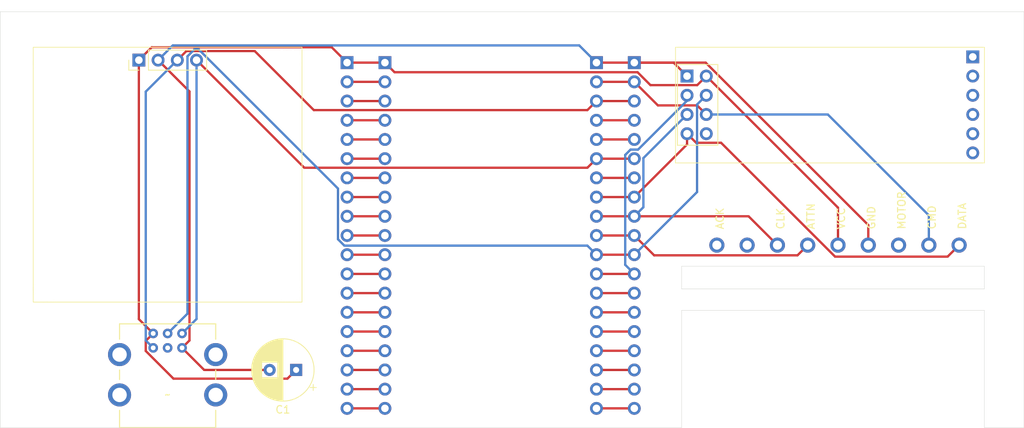
<source format=kicad_pcb>
(kicad_pcb (version 20240108) (generator "pcbnew") (generator_version "8.0")
  (layers (0 "F.Cu" signal) (31 "B.Cu" signal) (34 "B.Paste" user) (35 "F.Paste" user) (36 "B.SilkS" user "B.Silkscreen") (37 "F.SilkS" user "F.Silkscreen") (38 "B.Mask" user) (39 "F.Mask" user) (44 "Edge.Cuts" user))
  (net 0 "")
  (net 1 "Net-(NRF1-GND)")
  (net 2 "Net-(ESP32-WROOM-32U1-3.3v)")
  (net 3 "unconnected-(ESP32-WROOM-32U1-2-Pad34)")
  (net 4 "unconnected-(ESP32-WROOM-32U1-CLK-Pad38)")
  (net 5 "Net-(ESP32-WROOM-32U1-17)")
  (net 6 "unconnected-(ESP32-WROOM-32U1-VP-Pad3)")
  (net 7 "unconnected-(ESP32-WROOM-32U1-33-Pad8)")
  (net 8 "unconnected-(ESP32-WROOM-32U1-D3-Pad17)")
  (net 9 "unconnected-(ESP32-WROOM-32U1-14-Pad12)")
  (net 10 "Net-(ESP32-WROOM-32U1-19)")
  (net 11 "unconnected-(ESP32-WROOM-32U1-27-Pad11)")
  (net 12 "unconnected-(ESP32-WROOM-32U1-4-Pad32)")
  (net 13 "Net-(Oled_screen1-SCK)")
  (net 14 "unconnected-(ESP32-WROOM-32U1-VN-Pad4)")
  (net 15 "unconnected-(ESP32-WROOM-32U1-34-Pad5)")
  (net 16 "Net-(ESP32-WROOM-32U1-5)")
  (net 17 "unconnected-(ESP32-WROOM-32U1-25-Pad9)")
  (net 18 "unconnected-(ESP32-WROOM-32U1-26-Pad10)")
  (net 19 "unconnected-(ESP32-WROOM-32U1-5V-Pad19)")
  (net 20 "unconnected-(ESP32-WROOM-32U1-EN-Pad2)")
  (net 21 "unconnected-(ESP32-WROOM-32U1-35-Pad6)")
  (net 22 "Net-(ESP32-WROOM-32U1-21)")
  (net 23 "unconnected-(ESP32-WROOM-32U1-15-Pad35)")
  (net 24 "unconnected-(ESP32-WROOM-32U1-32-Pad7)")
  (net 25 "unconnected-(ESP32-WROOM-32U1-0-Pad33)")
  (net 26 "unconnected-(ESP32-WROOM-32U1-RX-Pad24)")
  (net 27 "unconnected-(ESP32-WROOM-32U1-13-Pad15)")
  (net 28 "unconnected-(ESP32-WROOM-32U1-D2-Pad16)")
  (net 29 "unconnected-(ESP32-WROOM-32U1-CMD-Pad18)")
  (net 30 "unconnected-(ESP32-WROOM-32U1-12-Pad13)")
  (net 31 "unconnected-(ESP32-WROOM-32U1-GND-Pad14)")
  (net 32 "unconnected-(ESP32-WROOM-32U1-D1-Pad36)")
  (net 33 "Net-(ESP32-WROOM-32U1-23)")
  (net 34 "Net-(ESP32-WROOM-32U1-16)")
  (net 35 "unconnected-(ESP32-WROOM-32U1-GND-Pad26)")
  (net 36 "unconnected-(ESP32-WROOM-32U1-TX-Pad23)")
  (net 37 "unconnected-(ESP32-WROOM-32U1-D0-Pad37)")
  (net 38 "Net-(ESP32-WROOM-32U1-18)")
  (footprint "Footprints_cez:CONN_WII" (layer "F.Cu") (at 108.378 86.361 180)
    (property "Reference" "U2" (hide yes))
    (property "Value" "~" (at 0 -2.5 180) (layer "F.SilkS"))
    (fp_line (start 6.35 6.858) (end 6.35 4.826) (stroke (width 0.15)) (layer "F.SilkS"))
    (fp_line (start 6.35 6.858) (end -6.35 6.858) (stroke (width 0.15)) (layer "F.SilkS"))
    (fp_line (start 6.35 0.762) (end 6.35 -0.508) (stroke (width 0.15)) (layer "F.SilkS"))
    (fp_line (start 6.35 -6.858) (end 6.35 -4.572) (stroke (width 0.15)) (layer "F.SilkS"))
    (fp_line (start -6.35 6.858) (end -6.35 4.826) (stroke (width 0.15)) (layer "F.SilkS"))
    (fp_line (start -6.35 0.762) (end -6.35 -0.508) (stroke (width 0.15)) (layer "F.SilkS"))
    (fp_line (start -6.35 -4.572) (end -6.35 -6.858) (stroke (width 0.15)) (layer "F.SilkS"))
    (fp_line (start -6.35 -6.858) (end 6.35 -6.858) (stroke (width 0.15)) (layer "F.SilkS"))
    (pad "" thru_hole circle (at -6.35 -2.54 180) (size 3.048 3.048) (drill 1.905) (layers "*.Cu" "*.Mask"))
    (pad "" thru_hole circle (at -6.35 2.794 180) (size 3.048 3.048) (drill 1.905) (layers "*.Cu" "*.Mask"))
    (pad "" thru_hole circle (at 6.35 -2.54 180) (size 3.048 3.048) (drill 1.905) (layers "*.Cu" "*.Mask"))
    (pad "" thru_hole circle (at 6.35 2.794 180) (size 3.048 3.048) (drill 1.905) (layers "*.Cu" "*.Mask"))
    (pad "1" thru_hole circle (at 1.905 5.588 180) (size 1.27 1.27) (drill 0.635) (layers "*.Cu" "*.Mask") (net 2 "Net-(ESP32-WROOM-32U1-3.3v)"))
    (pad "2" thru_hole circle (at 1.905 3.683 180) (size 1.27 1.27) (drill 0.635) (layers "*.Cu" "*.Mask") (net 13 "Net-(Oled_screen1-SCK)"))
    (pad "3" thru_hole circle (at 0 5.588 180) (size 1.27 1.27) (drill 0.635) (layers "*.Cu" "*.Mask") (net 5 "Net-(ESP32-WROOM-32U1-17)"))
    (pad "4" thru_hole circle (at 0 3.683 180) (size 1.27 1.27) (drill 0.635) (layers "*.Cu" "*.Mask"))
    (pad "5" thru_hole circle (at -1.905 5.588 180) (size 1.27 1.27) (drill 0.635) (layers "*.Cu" "*.Mask") (net 22 "Net-(ESP32-WROOM-32U1-21)"))
    (pad "6" thru_hole circle (at -1.905 3.683 180) (size 1.27 1.27) (drill 0.635) (layers "*.Cu" "*.Mask") (net 1 "Net-(NRF1-GND)"))
  )
  (footprint "Footprints_cez:1.3inch Oled screen" (layer "F.Cu") (at 108.478 36.926)
    (property "Reference" "Oled_screen1" (hide yes))
    (property "Value" "~")
    (fp_line (start -5.23 9.03) (end -5.23 7.7) (stroke (width 0.12)) (layer "F.SilkS"))
    (fp_line (start -3.9 9.03) (end -5.23 9.03) (stroke (width 0.12)) (layer "F.SilkS"))
    (fp_line (start -2.63 6.37) (end 5.05 6.37) (stroke (width 0.12)) (layer "F.SilkS"))
    (fp_line (start -2.63 9.03) (end -2.63 6.37) (stroke (width 0.12)) (layer "F.SilkS"))
    (fp_line (start -2.63 9.03) (end 5.05 9.03) (stroke (width 0.12)) (layer "F.SilkS"))
    (fp_line (start 5.05 9.03) (end 5.05 6.37) (stroke (width 0.12)) (layer "F.SilkS"))
    (fp_rect (start -17.85 6) (end 17.65 39.7) (stroke (width 0.1)) (fill none) (layer "F.SilkS"))
    (pad "" np_thru_hole circle (at -16.002 8.128) (size 3.2 3.2) (drill 3.2) (layers "*.Cu" "*.Mask"))
    (pad "" np_thru_hole circle (at -16.002 38) (size 3.2 3.2) (drill 3.2) (layers "*.Cu" "*.Mask"))
    (pad "" np_thru_hole circle (at 15.748 8) (size 3.2 3.2) (drill 3.2) (layers "*.Cu" "*.Mask"))
    (pad "" np_thru_hole circle (at 15.748 38) (size 3.2 3.2) (drill 3.2) (layers "*.Cu" "*.Mask"))
    (pad "1" thru_hole rect (at -3.9 7.7 90) (size 1.7 1.7) (drill 1) (layers "*.Cu" "*.Mask") (net 2 "Net-(ESP32-WROOM-32U1-3.3v)"))
    (pad "2" thru_hole oval (at -1.36 7.7 90) (size 1.7 1.7) (drill 1) (layers "*.Cu" "*.Mask") (net 1 "Net-(NRF1-GND)"))
    (pad "3" thru_hole oval (at 1.18 7.7 90) (size 1.7 1.7) (drill 1) (layers "*.Cu" "*.Mask") (net 13 "Net-(Oled_screen1-SCK)"))
    (pad "4" thru_hole oval (at 3.72 7.7 90) (size 1.7 1.7) (drill 1) (layers "*.Cu" "*.Mask") (net 22 "Net-(ESP32-WROOM-32U1-21)"))
  )
  (footprint "Capacitor_THT:CP_Radial_D8.0mm_P3.50mm" (layer "F.Cu") (at 125.350651 85.598 180)
    (property "Reference" "C1" (at 1.75 -5.25 180) (layer "F.SilkS"))
    (property "Value" "C_Polarized")
    (fp_line (start 5.831 -0.533) (end 5.831 0.533) (stroke (width 0.12)) (layer "F.SilkS"))
    (fp_line (start 5.791 -0.768) (end 5.791 0.768) (stroke (width 0.12)) (layer "F.SilkS"))
    (fp_line (start 5.751 -0.948) (end 5.751 0.948) (stroke (width 0.12)) (layer "F.SilkS"))
    (fp_line (start 5.711 -1.098) (end 5.711 1.098) (stroke (width 0.12)) (layer "F.SilkS"))
    (fp_line (start 5.671 -1.229) (end 5.671 1.229) (stroke (width 0.12)) (layer "F.SilkS"))
    (fp_line (start 5.631 -1.346) (end 5.631 1.346) (stroke (width 0.12)) (layer "F.SilkS"))
    (fp_line (start 5.591 -1.453) (end 5.591 1.453) (stroke (width 0.12)) (layer "F.SilkS"))
    (fp_line (start 5.551 -1.552) (end 5.551 1.552) (stroke (width 0.12)) (layer "F.SilkS"))
    (fp_line (start 5.511 -1.645) (end 5.511 1.645) (stroke (width 0.12)) (layer "F.SilkS"))
    (fp_line (start 5.471 -1.731) (end 5.471 1.731) (stroke (width 0.12)) (layer "F.SilkS"))
    (fp_line (start 5.431 -1.813) (end 5.431 1.813) (stroke (width 0.12)) (layer "F.SilkS"))
    (fp_line (start 5.391 -1.89) (end 5.391 1.89) (stroke (width 0.12)) (layer "F.SilkS"))
    (fp_line (start 5.351 -1.964) (end 5.351 1.964) (stroke (width 0.12)) (layer "F.SilkS"))
    (fp_line (start 5.311 -2.034) (end 5.311 2.034) (stroke (width 0.12)) (layer "F.SilkS"))
    (fp_line (start 5.271 -2.102) (end 5.271 2.102) (stroke (width 0.12)) (layer "F.SilkS"))
    (fp_line (start 5.231 -2.166) (end 5.231 2.166) (stroke (width 0.12)) (layer "F.SilkS"))
    (fp_line (start 5.191 -2.228) (end 5.191 2.228) (stroke (width 0.12)) (layer "F.SilkS"))
    (fp_line (start 5.151 -2.287) (end 5.151 2.287) (stroke (width 0.12)) (layer "F.SilkS"))
    (fp_line (start 5.111 -2.345) (end 5.111 2.345) (stroke (width 0.12)) (layer "F.SilkS"))
    (fp_line (start 5.071 -2.4) (end 5.071 2.4) (stroke (width 0.12)) (layer "F.SilkS"))
    (fp_line (start 5.031 -2.454) (end 5.031 2.454) (stroke (width 0.12)) (layer "F.SilkS"))
    (fp_line (start 4.991 -2.505) (end 4.991 2.505) (stroke (width 0.12)) (layer "F.SilkS"))
    (fp_line (start 4.951 -2.556) (end 4.951 2.556) (stroke (width 0.12)) (layer "F.SilkS"))
    (fp_line (start 4.911 -2.604) (end 4.911 2.604) (stroke (width 0.12)) (layer "F.SilkS"))
    (fp_line (start 4.871 -2.651) (end 4.871 2.651) (stroke (width 0.12)) (layer "F.SilkS"))
    (fp_line (start 4.831 -2.697) (end 4.831 2.697) (stroke (width 0.12)) (layer "F.SilkS"))
    (fp_line (start 4.791 -2.741) (end 4.791 2.741) (stroke (width 0.12)) (layer "F.SilkS"))
    (fp_line (start 4.751 -2.784) (end 4.751 2.784) (stroke (width 0.12)) (layer "F.SilkS"))
    (fp_line (start 4.711 -2.826) (end 4.711 2.826) (stroke (width 0.12)) (layer "F.SilkS"))
    (fp_line (start 4.671 -2.867) (end 4.671 2.867) (stroke (width 0.12)) (layer "F.SilkS"))
    (fp_line (start 4.631 -2.907) (end 4.631 2.907) (stroke (width 0.12)) (layer "F.SilkS"))
    (fp_line (start 4.591 -2.945) (end 4.591 2.945) (stroke (width 0.12)) (layer "F.SilkS"))
    (fp_line (start 4.551 -2.983) (end 4.551 2.983) (stroke (width 0.12)) (layer "F.SilkS"))
    (fp_line (start 4.511 1.04) (end 4.511 3.019) (stroke (width 0.12)) (layer "F.SilkS"))
    (fp_line (start 4.511 -3.019) (end 4.511 -1.04) (stroke (width 0.12)) (layer "F.SilkS"))
    (fp_line (start 4.471 1.04) (end 4.471 3.055) (stroke (width 0.12)) (layer "F.SilkS"))
    (fp_line (start 4.471 -3.055) (end 4.471 -1.04) (stroke (width 0.12)) (layer "F.SilkS"))
    (fp_line (start 4.431 1.04) (end 4.431 3.09) (stroke (width 0.12)) (layer "F.SilkS"))
    (fp_line (start 4.431 -3.09) (end 4.431 -1.04) (stroke (width 0.12)) (layer "F.SilkS"))
    (fp_line (start 4.391 1.04) (end 4.391 3.124) (stroke (width 0.12)) (layer "F.SilkS"))
    (fp_line (start 4.391 -3.124) (end 4.391 -1.04) (stroke (width 0.12)) (layer "F.SilkS"))
    (fp_line (start 4.351 1.04) (end 4.351 3.156) (stroke (width 0.12)) (layer "F.SilkS"))
    (fp_line (start 4.351 -3.156) (end 4.351 -1.04) (stroke (width 0.12)) (layer "F.SilkS"))
    (fp_line (start 4.311 1.04) (end 4.311 3.189) (stroke (width 0.12)) (layer "F.SilkS"))
    (fp_line (start 4.311 -3.189) (end 4.311 -1.04) (stroke (width 0.12)) (layer "F.SilkS"))
    (fp_line (start 4.271 1.04) (end 4.271 3.22) (stroke (width 0.12)) (layer "F.SilkS"))
    (fp_line (start 4.271 -3.22) (end 4.271 -1.04) (stroke (width 0.12)) (layer "F.SilkS"))
    (fp_line (start 4.231 1.04) (end 4.231 3.25) (stroke (width 0.12)) (layer "F.SilkS"))
    (fp_line (start 4.231 -3.25) (end 4.231 -1.04) (stroke (width 0.12)) (layer "F.SilkS"))
    (fp_line (start 4.191 1.04) (end 4.191 3.28) (stroke (width 0.12)) (layer "F.SilkS"))
    (fp_line (start 4.191 -3.28) (end 4.191 -1.04) (stroke (width 0.12)) (layer "F.SilkS"))
    (fp_line (start 4.151 1.04) (end 4.151 3.309) (stroke (width 0.12)) (layer "F.SilkS"))
    (fp_line (start 4.151 -3.309) (end 4.151 -1.04) (stroke (width 0.12)) (layer "F.SilkS"))
    (fp_line (start 4.111 1.04) (end 4.111 3.338) (stroke (width 0.12)) (layer "F.SilkS"))
    (fp_line (start 4.111 -3.338) (end 4.111 -1.04) (stroke (width 0.12)) (layer "F.SilkS"))
    (fp_line (start 4.071 1.04) (end 4.071 3.365) (stroke (width 0.12)) (layer "F.SilkS"))
    (fp_line (start 4.071 -3.365) (end 4.071 -1.04) (stroke (width 0.12)) (layer "F.SilkS"))
    (fp_line (start 4.031 1.04) (end 4.031 3.392) (stroke (width 0.12)) (layer "F.SilkS"))
    (fp_line (start 4.031 -3.392) (end 4.031 -1.04) (stroke (width 0.12)) (layer "F.SilkS"))
    (fp_line (start 3.991 1.04) (end 3.991 3.418) (stroke (width 0.12)) (layer "F.SilkS"))
    (fp_line (start 3.991 -3.418) (end 3.991 -1.04) (stroke (width 0.12)) (layer "F.SilkS"))
    (fp_line (start 3.951 1.04) (end 3.951 3.444) (stroke (width 0.12)) (layer "F.SilkS"))
    (fp_line (start 3.951 -3.444) (end 3.951 -1.04) (stroke (width 0.12)) (layer "F.SilkS"))
    (fp_line (start 3.911 1.04) (end 3.911 3.469) (stroke (width 0.12)) (layer "F.SilkS"))
    (fp_line (start 3.911 -3.469) (end 3.911 -1.04) (stroke (width 0.12)) (layer "F.SilkS"))
    (fp_line (start 3.871 1.04) (end 3.871 3.493) (stroke (width 0.12)) (layer "F.SilkS"))
    (fp_line (start 3.871 -3.493) (end 3.871 -1.04) (stroke (width 0.12)) (layer "F.SilkS"))
    (fp_line (start 3.831 1.04) (end 3.831 3.517) (stroke (width 0.12)) (layer "F.SilkS"))
    (fp_line (start 3.831 -3.517) (end 3.831 -1.04) (stroke (width 0.12)) (layer "F.SilkS"))
    (fp_line (start 3.791 1.04) (end 3.791 3.54) (stroke (width 0.12)) (layer "F.SilkS"))
    (fp_line (start 3.791 -3.54) (end 3.791 -1.04) (stroke (width 0.12)) (layer "F.SilkS"))
    (fp_line (start 3.751 1.04) (end 3.751 3.562) (stroke (width 0.12)) (layer "F.SilkS"))
    (fp_line (start 3.751 -3.562) (end 3.751 -1.04) (stroke (width 0.12)) (layer "F.SilkS"))
    (fp_line (start 3.711 1.04) (end 3.711 3.584) (stroke (width 0.12)) (layer "F.SilkS"))
    (fp_line (start 3.711 -3.584) (end 3.711 -1.04) (stroke (width 0.12)) (layer "F.SilkS"))
    (fp_line (start 3.671 1.04) (end 3.671 3.606) (stroke (width 0.12)) (layer "F.SilkS"))
    (fp_line (start 3.671 -3.606) (end 3.671 -1.04) (stroke (width 0.12)) (layer "F.SilkS"))
    (fp_line (start 3.631 1.04) (end 3.631 3.627) (stroke (width 0.12)) (layer "F.SilkS"))
    (fp_line (start 3.631 -3.627) (end 3.631 -1.04) (stroke (width 0.12)) (layer "F.SilkS"))
    (fp_line (start 3.591 1.04) (end 3.591 3.647) (stroke (width 0.12)) (layer "F.SilkS"))
    (fp_line (start 3.591 -3.647) (end 3.591 -1.04) (stroke (width 0.12)) (layer "F.SilkS"))
    (fp_line (start 3.551 1.04) (end 3.551 3.666) (stroke (width 0.12)) (layer "F.SilkS"))
    (fp_line (start 3.551 -3.666) (end 3.551 -1.04) (stroke (width 0.12)) (layer "F.SilkS"))
    (fp_line (start 3.511 1.04) (end 3.511 3.686) (stroke (width 0.12)) (layer "F.SilkS"))
    (fp_line (start 3.511 -3.686) (end 3.511 -1.04) (stroke (width 0.12)) (layer "F.SilkS"))
    (fp_line (start 3.471 1.04) (end 3.471 3.704) (stroke (width 0.12)) (layer "F.SilkS"))
    (fp_line (start 3.471 -3.704) (end 3.471 -1.04) (stroke (width 0.12)) (layer "F.SilkS"))
    (fp_line (start 3.431 1.04) (end 3.431 3.722) (stroke (width 0.12)) (layer "F.SilkS"))
    (fp_line (start 3.431 -3.722) (end 3.431 -1.04) (stroke (width 0.12)) (layer "F.SilkS"))
    (fp_line (start 3.391 1.04) (end 3.391 3.74) (stroke (width 0.12)) (layer "F.SilkS"))
    (fp_line (start 3.391 -3.74) (end 3.391 -1.04) (stroke (width 0.12)) (layer "F.SilkS"))
    (fp_line (start 3.351 1.04) (end 3.351 3.757) (stroke (width 0.12)) (layer "F.SilkS"))
    (fp_line (start 3.351 -3.757) (end 3.351 -1.04) (stroke (width 0.12)) (layer "F.SilkS"))
    (fp_line (start 3.311 1.04) (end 3.311 3.774) (stroke (width 0.12)) (layer "F.SilkS"))
    (fp_line (start 3.311 -3.774) (end 3.311 -1.04) (stroke (width 0.12)) (layer "F.SilkS"))
    (fp_line (start 3.271 1.04) (end 3.271 3.79) (stroke (width 0.12)) (layer "F.SilkS"))
    (fp_line (start 3.271 -3.79) (end 3.271 -1.04) (stroke (width 0.12)) (layer "F.SilkS"))
    (fp_line (start 3.231 1.04) (end 3.231 3.805) (stroke (width 0.12)) (layer "F.SilkS"))
    (fp_line (start 3.231 -3.805) (end 3.231 -1.04) (stroke (width 0.12)) (layer "F.SilkS"))
    (fp_line (start 3.191 1.04) (end 3.191 3.821) (stroke (width 0.12)) (layer "F.SilkS"))
    (fp_line (start 3.191 -3.821) (end 3.191 -1.04) (stroke (width 0.12)) (layer "F.SilkS"))
    (fp_line (start 3.151 1.04) (end 3.151 3.835) (stroke (width 0.12)) (layer "F.SilkS"))
    (fp_line (start 3.151 -3.835) (end 3.151 -1.04) (stroke (width 0.12)) (layer "F.SilkS"))
    (fp_line (start 3.111 1.04) (end 3.111 3.85) (stroke (width 0.12)) (layer "F.SilkS"))
    (fp_line (start 3.111 -3.85) (end 3.111 -1.04) (stroke (width 0.12)) (layer "F.SilkS"))
    (fp_line (start 3.071 1.04) (end 3.071 3.863) (stroke (width 0.12)) (layer "F.SilkS"))
    (fp_line (start 3.071 -3.863) (end 3.071 -1.04) (stroke (width 0.12)) (layer "F.SilkS"))
    (fp_line (start 3.031 1.04) (end 3.031 3.877) (stroke (width 0.12)) (layer "F.SilkS"))
    (fp_line (start 3.031 -3.877) (end 3.031 -1.04) (stroke (width 0.12)) (layer "F.SilkS"))
    (fp_line (start 2.991 1.04) (end 2.991 3.889) (stroke (width 0.12)) (layer "F.SilkS"))
    (fp_line (start 2.991 -3.889) (end 2.991 -1.04) (stroke (width 0.12)) (layer "F.SilkS"))
    (fp_line (start 2.951 1.04) (end 2.951 3.902) (stroke (width 0.12)) (layer "F.SilkS"))
    (fp_line (start 2.951 -3.902) (end 2.951 -1.04) (stroke (width 0.12)) (layer "F.SilkS"))
    (fp_line (start 2.911 1.04) (end 2.911 3.914) (stroke (width 0.12)) (layer "F.SilkS"))
    (fp_line (start 2.911 -3.914) (end 2.911 -1.04) (stroke (width 0.12)) (layer "F.SilkS"))
    (fp_line (start 2.871 1.04) (end 2.871 3.925) (stroke (width 0.12)) (layer "F.SilkS"))
    (fp_line (start 2.871 -3.925) (end 2.871 -1.04) (stroke (width 0.12)) (layer "F.SilkS"))
    (fp_line (start 2.831 1.04) (end 2.831 3.936) (stroke (width 0.12)) (layer "F.SilkS"))
    (fp_line (start 2.831 -3.936) (end 2.831 -1.04) (stroke (width 0.12)) (layer "F.SilkS"))
    (fp_line (start 2.791 1.04) (end 2.791 3.947) (stroke (width 0.12)) (layer "F.SilkS"))
    (fp_line (start 2.791 -3.947) (end 2.791 -1.04) (stroke (width 0.12)) (layer "F.SilkS"))
    (fp_line (start 2.751 1.04) (end 2.751 3.957) (stroke (width 0.12)) (layer "F.SilkS"))
    (fp_line (start 2.751 -3.957) (end 2.751 -1.04) (stroke (width 0.12)) (layer "F.SilkS"))
    (fp_line (start 2.711 1.04) (end 2.711 3.967) (stroke (width 0.12)) (layer "F.SilkS"))
    (fp_line (start 2.711 -3.967) (end 2.711 -1.04) (stroke (width 0.12)) (layer "F.SilkS"))
    (fp_line (start 2.671 1.04) (end 2.671 3.976) (stroke (width 0.12)) (layer "F.SilkS"))
    (fp_line (start 2.671 -3.976) (end 2.671 -1.04) (stroke (width 0.12)) (layer "F.SilkS"))
    (fp_line (start 2.631 1.04) (end 2.631 3.985) (stroke (width 0.12)) (layer "F.SilkS"))
    (fp_line (start 2.631 -3.985) (end 2.631 -1.04) (stroke (width 0.12)) (layer "F.SilkS"))
    (fp_line (start 2.591 1.04) (end 2.591 3.994) (stroke (width 0.12)) (layer "F.SilkS"))
    (fp_line (start 2.591 -3.994) (end 2.591 -1.04) (stroke (width 0.12)) (layer "F.SilkS"))
    (fp_line (start 2.551 1.04) (end 2.551 4.002) (stroke (width 0.12)) (layer "F.SilkS"))
    (fp_line (start 2.551 -4.002) (end 2.551 -1.04) (stroke (width 0.12)) (layer "F.SilkS"))
    (fp_line (start 2.511 1.04) (end 2.511 4.01) (stroke (width 0.12)) (layer "F.SilkS"))
    (fp_line (start 2.511 -4.01) (end 2.511 -1.04) (stroke (width 0.12)) (layer "F.SilkS"))
    (fp_line (start 2.471 1.04) (end 2.471 4.017) (stroke (width 0.12)) (layer "F.SilkS"))
    (fp_line (start 2.471 -4.017) (end 2.471 -1.04) (stroke (width 0.12)) (layer "F.SilkS"))
    (fp_line (start 2.43 -4.024) (end 2.43 4.024) (stroke (width 0.12)) (layer "F.SilkS"))
    (fp_line (start 2.39 -4.03) (end 2.39 4.03) (stroke (width 0.12)) (layer "F.SilkS"))
    (fp_line (start 2.35 -4.037) (end 2.35 4.037) (stroke (width 0.12)) (layer "F.SilkS"))
    (fp_line (start 2.31 -4.042) (end 2.31 4.042) (stroke (width 0.12)) (layer "F.SilkS"))
    (fp_line (start 2.27 -4.048) (end 2.27 4.048) (stroke (width 0.12)) (layer "F.SilkS"))
    (fp_line (start 2.23 -4.052) (end 2.23 4.052) (stroke (width 0.12)) (layer "F.SilkS"))
    (fp_line (start 2.19 -4.057) (end 2.19 4.057) (stroke (width 0.12)) (layer "F.SilkS"))
    (fp_line (start 2.15 -4.061) (end 2.15 4.061) (stroke (width 0.12)) (layer "F.SilkS"))
    (fp_line (start 2.11 -4.065) (end 2.11 4.065) (stroke (width 0.12)) (layer "F.SilkS"))
    (fp_line (start 2.07 -4.068) (end 2.07 4.068) (stroke (width 0.12)) (layer "F.SilkS"))
    (fp_line (start 2.03 -4.071) (end 2.03 4.071) (stroke (width 0.12)) (layer "F.SilkS"))
    (fp_line (start 1.99 -4.074) (end 1.99 4.074) (stroke (width 0.12)) (layer "F.SilkS"))
    (fp_line (start 1.95 -4.076) (end 1.95 4.076) (stroke (width 0.12)) (layer "F.SilkS"))
    (fp_line (start 1.91 -4.077) (end 1.91 4.077) (stroke (width 0.12)) (layer "F.SilkS"))
    (fp_line (start 1.87 -4.079) (end 1.87 4.079) (stroke (width 0.12)) (layer "F.SilkS"))
    (fp_line (start 1.83 -4.08) (end 1.83 4.08) (stroke (width 0.12)) (layer "F.SilkS"))
    (fp_line (start 1.79 -4.08) (end 1.79 4.08) (stroke (width 0.12)) (layer "F.SilkS"))
    (fp_line (start 1.75 -4.08) (end 1.75 4.08) (stroke (width 0.12)) (layer "F.SilkS"))
    (fp_line (start -2.259698 -2.715) (end -2.259698 -1.915) (stroke (width 0.12)) (layer "F.SilkS"))
    (fp_line (start -2.659698 -2.315) (end -1.859698 -2.315) (stroke (width 0.12)) (layer "F.SilkS"))
    (fp_circle (center 1.75 0) (end 5.87 0) (stroke (width 0.12)) (fill none) (layer "F.SilkS"))
    (pad "1" thru_hole rect (at 0 0 180) (size 1.6 1.6) (drill 0.8) (layers "*.Cu" "*.Mask") (net 2 "Net-(ESP32-WROOM-32U1-3.3v)"))
    (pad "2" thru_hole circle (at 3.5 0 180) (size 1.6 1.6) (drill 0.8) (layers "*.Cu" "*.Mask") (net 1 "Net-(NRF1-GND)"))
  )
  (footprint "Footprints_cez:esp32-wroom-32u" (layer "F.Cu") (at 149.78 57.14)
    (property "Reference" "ESP32-WROOM-32U1" (hide yes))
    (property "Value" "~" (hide yes))
    (pad "1" thru_hole rect (at -17.7 -12.182) (size 1.7 1.7) (drill 1) (layers "*.Cu" "*.Mask") (net 2 "Net-(ESP32-WROOM-32U1-3.3v)"))
    (pad "1" thru_hole rect (at -12.7 -12.182) (size 1.7 1.7) (drill 1) (layers "*.Cu" "*.Mask") (net 2 "Net-(ESP32-WROOM-32U1-3.3v)"))
    (pad "2" thru_hole oval (at -17.7 -9.642) (size 1.7 1.7) (drill 1) (layers "*.Cu" "*.Mask") (net 20 "unconnected-(ESP32-WROOM-32U1-EN-Pad2)"))
    (pad "2" thru_hole oval (at -12.7 -9.642) (size 1.7 1.7) (drill 1) (layers "*.Cu" "*.Mask") (net 20 "unconnected-(ESP32-WROOM-32U1-EN-Pad2)"))
    (pad "3" thru_hole oval (at -17.7 -7.102) (size 1.7 1.7) (drill 1) (layers "*.Cu" "*.Mask") (net 6 "unconnected-(ESP32-WROOM-32U1-VP-Pad3)"))
    (pad "3" thru_hole oval (at -12.7 -7.102) (size 1.7 1.7) (drill 1) (layers "*.Cu" "*.Mask") (net 6 "unconnected-(ESP32-WROOM-32U1-VP-Pad3)"))
    (pad "4" thru_hole oval (at -17.7 -4.562) (size 1.7 1.7) (drill 1) (layers "*.Cu" "*.Mask") (net 14 "unconnected-(ESP32-WROOM-32U1-VN-Pad4)"))
    (pad "4" thru_hole oval (at -12.7 -4.562) (size 1.7 1.7) (drill 1) (layers "*.Cu" "*.Mask") (net 14 "unconnected-(ESP32-WROOM-32U1-VN-Pad4)"))
    (pad "5" thru_hole oval (at -17.7 -2.022) (size 1.7 1.7) (drill 1) (layers "*.Cu" "*.Mask") (net 15 "unconnected-(ESP32-WROOM-32U1-34-Pad5)"))
    (pad "5" thru_hole oval (at -12.7 -2.022) (size 1.7 1.7) (drill 1) (layers "*.Cu" "*.Mask") (net 15 "unconnected-(ESP32-WROOM-32U1-34-Pad5)"))
    (pad "6" thru_hole oval (at -17.7 0.518) (size 1.7 1.7) (drill 1) (layers "*.Cu" "*.Mask") (net 21 "unconnected-(ESP32-WROOM-32U1-35-Pad6)"))
    (pad "6" thru_hole oval (at -12.7 0.518) (size 1.7 1.7) (drill 1) (layers "*.Cu" "*.Mask") (net 21 "unconnected-(ESP32-WROOM-32U1-35-Pad6)"))
    (pad "7" thru_hole oval (at -17.7 3.058) (size 1.7 1.7) (drill 1) (layers "*.Cu" "*.Mask") (net 24 "unconnected-(ESP32-WROOM-32U1-32-Pad7)"))
    (pad "7" thru_hole oval (at -12.7 3.058) (size 1.7 1.7) (drill 1) (layers "*.Cu" "*.Mask") (net 24 "unconnected-(ESP32-WROOM-32U1-32-Pad7)"))
    (pad "8" thru_hole oval (at -17.7 5.598) (size 1.7 1.7) (drill 1) (layers "*.Cu" "*.Mask") (net 7 "unconnected-(ESP32-WROOM-32U1-33-Pad8)"))
    (pad "8" thru_hole oval (at -12.7 5.598) (size 1.7 1.7) (drill 1) (layers "*.Cu" "*.Mask") (net 7 "unconnected-(ESP32-WROOM-32U1-33-Pad8)"))
    (pad "9" thru_hole oval (at -17.7 8.138) (size 1.7 1.7) (drill 1) (layers "*.Cu" "*.Mask") (net 17 "unconnected-(ESP32-WROOM-32U1-25-Pad9)"))
    (pad "9" thru_hole oval (at -12.7 8.138) (size 1.7 1.7) (drill 1) (layers "*.Cu" "*.Mask") (net 17 "unconnected-(ESP32-WROOM-32U1-25-Pad9)"))
    (pad "10" thru_hole oval (at -17.7 10.678) (size 1.7 1.7) (drill 1) (layers "*.Cu" "*.Mask") (net 18 "unconnected-(ESP32-WROOM-32U1-26-Pad10)"))
    (pad "10" thru_hole oval (at -12.7 10.678) (size 1.7 1.7) (drill 1) (layers "*.Cu" "*.Mask") (net 18 "unconnected-(ESP32-WROOM-32U1-26-Pad10)"))
    (pad "11" thru_hole oval (at -17.7 13.218) (size 1.7 1.7) (drill 1) (layers "*.Cu" "*.Mask") (net 11 "unconnected-(ESP32-WROOM-32U1-27-Pad11)"))
    (pad "11" thru_hole oval (at -12.7 13.218) (size 1.7 1.7) (drill 1) (layers "*.Cu" "*.Mask") (net 11 "unconnected-(ESP32-WROOM-32U1-27-Pad11)"))
    (pad "12" thru_hole oval (at -17.7 15.758) (size 1.7 1.7) (drill 1) (layers "*.Cu" "*.Mask") (net 9 "unconnected-(ESP32-WROOM-32U1-14-Pad12)"))
    (pad "12" thru_hole oval (at -12.7 15.758) (size 1.7 1.7) (drill 1) (layers "*.Cu" "*.Mask") (net 9 "unconnected-(ESP32-WROOM-32U1-14-Pad12)"))
    (pad "13" thru_hole oval (at -17.7 18.298) (size 1.7 1.7) (drill 1) (layers "*.Cu" "*.Mask") (net 30 "unconnected-(ESP32-WROOM-32U1-12-Pad13)"))
    (pad "13" thru_hole oval (at -12.7 18.298) (size 1.7 1.7) (drill 1) (layers "*.Cu" "*.Mask") (net 30 "unconnected-(ESP32-WROOM-32U1-12-Pad13)"))
    (pad "14" thru_hole oval (at -17.7 20.838) (size 1.7 1.7) (drill 1) (layers "*.Cu" "*.Mask") (net 31 "unconnected-(ESP32-WROOM-32U1-GND-Pad14)"))
    (pad "14" thru_hole oval (at -12.7 20.838) (size 1.7 1.7) (drill 1) (layers "*.Cu" "*.Mask") (net 31 "unconnected-(ESP32-WROOM-32U1-GND-Pad14)"))
    (pad "15" thru_hole oval (at -17.7 23.378) (size 1.7 1.7) (drill 1) (layers "*.Cu" "*.Mask") (net 27 "unconnected-(ESP32-WROOM-32U1-13-Pad15)"))
    (pad "15" thru_hole oval (at -12.7 23.378) (size 1.7 1.7) (drill 1) (layers "*.Cu" "*.Mask") (net 27 "unconnected-(ESP32-WROOM-32U1-13-Pad15)"))
    (pad "16" thru_hole oval (at -17.7 25.918) (size 1.7 1.7) (drill 1) (layers "*.Cu" "*.Mask") (net 28 "unconnected-(ESP32-WROOM-32U1-D2-Pad16)"))
    (pad "16" thru_hole oval (at -12.7 25.918) (size 1.7 1.7) (drill 1) (layers "*.Cu" "*.Mask") (net 28 "unconnected-(ESP32-WROOM-32U1-D2-Pad16)"))
    (pad "17" thru_hole oval (at -17.7 28.458) (size 1.7 1.7) (drill 1) (layers "*.Cu" "*.Mask") (net 8 "unconnected-(ESP32-WROOM-32U1-D3-Pad17)"))
    (pad "17" thru_hole oval (at -12.7 28.458) (size 1.7 1.7) (drill 1) (layers "*.Cu" "*.Mask") (net 8 "unconnected-(ESP32-WROOM-32U1-D3-Pad17)"))
    (pad "18" thru_hole oval (at -17.7 30.998) (size 1.7 1.7) (drill 1) (layers "*.Cu" "*.Mask") (net 29 "unconnected-(ESP32-WROOM-32U1-CMD-Pad18)"))
    (pad "18" thru_hole oval (at -12.7 30.998) (size 1.7 1.7) (drill 1) (layers "*.Cu" "*.Mask") (net 29 "unconnected-(ESP32-WROOM-32U1-CMD-Pad18)"))
    (pad "19" thru_hole oval (at -17.7 33.538) (size 1.7 1.7) (drill 1) (layers "*.Cu" "*.Mask") (net 19 "unconnected-(ESP32-WROOM-32U1-5V-Pad19)"))
    (pad "19" thru_hole oval (at -12.7 33.538) (size 1.7 1.7) (drill 1) (layers "*.Cu" "*.Mask") (net 19 "unconnected-(ESP32-WROOM-32U1-5V-Pad19)"))
    (pad "20" thru_hole rect (at 15.24 -12.182) (size 1.7 1.7) (drill 1) (layers "*.Cu" "*.Mask") (net 1 "Net-(NRF1-GND)"))
    (pad "20" thru_hole rect (at 20.24 -12.182) (size 1.7 1.7) (drill 1) (layers "*.Cu" "*.Mask") (net 1 "Net-(NRF1-GND)"))
    (pad "21" thru_hole oval (at 15.24 -9.642) (size 1.7 1.7) (drill 1) (layers "*.Cu" "*.Mask") (net 33 "Net-(ESP32-WROOM-32U1-23)"))
    (pad "21" thru_hole oval (at 20.24 -9.642) (size 1.7 1.7) (drill 1) (layers "*.Cu" "*.Mask") (net 33 "Net-(ESP32-WROOM-32U1-23)"))
    (pad "22" thru_hole oval (at 15.24 -7.102) (size 1.7 1.7) (drill 1) (layers "*.Cu" "*.Mask") (net 13 "Net-(Oled_screen1-SCK)"))
    (pad "22" thru_hole oval (at 20.24 -7.102) (size 1.7 1.7) (drill 1) (layers "*.Cu" "*.Mask") (net 13 "Net-(Oled_screen1-SCK)"))
    (pad "23" thru_hole oval (at 15.24 -4.562) (size 1.7 1.7) (drill 1) (layers "*.Cu" "*.Mask") (net 36 "unconnected-(ESP32-WROOM-32U1-TX-Pad23)"))
    (pad "23" thru_hole oval (at 20.24 -4.562) (size 1.7 1.7) (drill 1) (layers "*.Cu" "*.Mask") (net 36 "unconnected-(ESP32-WROOM-32U1-TX-Pad23)"))
    (pad "24" thru_hole oval (at 15.24 -2.022) (size 1.7 1.7) (drill 1) (layers "*.Cu" "*.Mask") (net 26 "unconnected-(ESP32-WROOM-32U1-RX-Pad24)"))
    (pad "24" thru_hole oval (at 20.24 -2.022) (size 1.7 1.7) (drill 1) (layers "*.Cu" "*.Mask") (net 26 "unconnected-(ESP32-WROOM-32U1-RX-Pad24)"))
    (pad "25" thru_hole oval (at 15.24 0.518) (size 1.7 1.7) (drill 1) (layers "*.Cu" "*.Mask") (net 22 "Net-(ESP32-WROOM-32U1-21)"))
    (pad "25" thru_hole oval (at 20.24 0.518) (size 1.7 1.7) (drill 1) (layers "*.Cu" "*.Mask") (net 22 "Net-(ESP32-WROOM-32U1-21)"))
    (pad "26" thru_hole oval (at 15.24 3.058) (size 1.7 1.7) (drill 1) (layers "*.Cu" "*.Mask") (net 35 "unconnected-(ESP32-WROOM-32U1-GND-Pad26)"))
    (pad "26" thru_hole oval (at 20.24 3.058) (size 1.7 1.7) (drill 1) (layers "*.Cu" "*.Mask") (net 35 "unconnected-(ESP32-WROOM-32U1-GND-Pad26)"))
    (pad "27" thru_hole oval (at 15.24 5.598) (size 1.7 1.7) (drill 1) (layers "*.Cu" "*.Mask") (net 10 "Net-(ESP32-WROOM-32U1-19)"))
    (pad "27" thru_hole oval (at 20.24 5.598) (size 1.7 1.7) (drill 1) (layers "*.Cu" "*.Mask") (net 10 "Net-(ESP32-WROOM-32U1-19)"))
    (pad "28" thru_hole oval (at 15.24 8.138) (size 1.7 1.7) (drill 1) (layers "*.Cu" "*.Mask") (net 38 "Net-(ESP32-WROOM-32U1-18)"))
    (pad "28" thru_hole oval (at 20.24 8.138) (size 1.7 1.7) (drill 1) (layers "*.Cu" "*.Mask") (net 38 "Net-(ESP32-WROOM-32U1-18)"))
    (pad "29" thru_hole oval (at 15.24 10.678) (size 1.7 1.7) (drill 1) (layers "*.Cu" "*.Mask") (net 16 "Net-(ESP32-WROOM-32U1-5)"))
    (pad "29" thru_hole oval (at 20.24 10.678) (size 1.7 1.7) (drill 1) (layers "*.Cu" "*.Mask") (net 16 "Net-(ESP32-WROOM-32U1-5)"))
    (pad "30" thru_hole oval (at 15.24 13.218) (size 1.7 1.7) (drill 1) (layers "*.Cu" "*.Mask") (net 5 "Net-(ESP32-WROOM-32U1-17)"))
    (pad "30" thru_hole oval (at 20.24 13.218) (size 1.7 1.7) (drill 1) (layers "*.Cu" "*.Mask") (net 5 "Net-(ESP32-WROOM-32U1-17)"))
    (pad "31" thru_hole oval (at 15.24 15.758) (size 1.7 1.7) (drill 1) (layers "*.Cu" "*.Mask") (net 34 "Net-(ESP32-WROOM-32U1-16)"))
    (pad "31" thru_hole oval (at 20.24 15.758) (size 1.7 1.7) (drill 1) (layers "*.Cu" "*.Mask") (net 34 "Net-(ESP32-WROOM-32U1-16)"))
    (pad "32" thru_hole oval (at 15.24 18.298) (size 1.7 1.7) (drill 1) (layers "*.Cu" "*.Mask") (net 12 "unconnected-(ESP32-WROOM-32U1-4-Pad32)"))
    (pad "32" thru_hole oval (at 20.24 18.298) (size 1.7 1.7) (drill 1) (layers "*.Cu" "*.Mask") (net 12 "unconnected-(ESP32-WROOM-32U1-4-Pad32)"))
    (pad "33" thru_hole oval (at 15.24 20.838) (size 1.7 1.7) (drill 1) (layers "*.Cu" "*.Mask") (net 25 "unconnected-(ESP32-WROOM-32U1-0-Pad33)"))
    (pad "33" thru_hole oval (at 20.24 20.838) (size 1.7 1.7) (drill 1) (layers "*.Cu" "*.Mask") (net 25 "unconnected-(ESP32-WROOM-32U1-0-Pad33)"))
    (pad "34" thru_hole oval (at 15.24 23.378) (size 1.7 1.7) (drill 1) (layers "*.Cu" "*.Mask") (net 3 "unconnected-(ESP32-WROOM-32U1-2-Pad34)"))
    (pad "34" thru_hole oval (at 20.24 23.378) (size 1.7 1.7) (drill 1) (layers "*.Cu" "*.Mask") (net 3 "unconnected-(ESP32-WROOM-32U1-2-Pad34)"))
    (pad "35" thru_hole oval (at 15.24 25.918) (size 1.7 1.7) (drill 1) (layers "*.Cu" "*.Mask") (net 23 "unconnected-(ESP32-WROOM-32U1-15-Pad35)"))
    (pad "35" thru_hole oval (at 20.24 25.918) (size 1.7 1.7) (drill 1) (layers "*.Cu" "*.Mask") (net 23 "unconnected-(ESP32-WROOM-32U1-15-Pad35)"))
    (pad "36" thru_hole oval (at 15.24 28.458) (size 1.7 1.7) (drill 1) (layers "*.Cu" "*.Mask") (net 32 "unconnected-(ESP32-WROOM-32U1-D1-Pad36)"))
    (pad "36" thru_hole oval (at 20.24 28.458) (size 1.7 1.7) (drill 1) (layers "*.Cu" "*.Mask") (net 32 "unconnected-(ESP32-WROOM-32U1-D1-Pad36)"))
    (pad "37" thru_hole oval (at 15.24 30.998) (size 1.7 1.7) (drill 1) (layers "*.Cu" "*.Mask") (net 37 "unconnected-(ESP32-WROOM-32U1-D0-Pad37)"))
    (pad "37" thru_hole oval (at 20.24 30.998) (size 1.7 1.7) (drill 1) (layers "*.Cu" "*.Mask") (net 37 "unconnected-(ESP32-WROOM-32U1-D0-Pad37)"))
    (pad "38" thru_hole oval (at 15.24 33.538) (size 1.7 1.7) (drill 1) (layers "*.Cu" "*.Mask") (net 4 "unconnected-(ESP32-WROOM-32U1-CLK-Pad38)"))
    (pad "38" thru_hole oval (at 20.24 33.538) (size 1.7 1.7) (drill 1) (layers "*.Cu" "*.Mask") (net 4 "unconnected-(ESP32-WROOM-32U1-CLK-Pad38)"))
  )
  (footprint "Footprints_cez:nRF24L01_big" (layer "F.Cu") (at 176.986 46.736)
    (property "Reference" "NRF1" (hide yes))
    (property "Value" "NRF24L01_Big" (hide yes))
    (fp_line (start -1.27 -1.524) (end -1.27 -1.524) (stroke (width 0.12)) (layer "F.SilkS"))
    (fp_line (start -1.27 -1.524) (end 4.064 -1.524) (stroke (width 0.12)) (layer "F.SilkS"))
    (fp_line (start -1.27 9.144) (end -1.27 -1.524) (stroke (width 0.12)) (layer "F.SilkS"))
    (fp_line (start -1.27 9.144) (end -1.27 9.144) (stroke (width 0.12)) (layer "F.SilkS"))
    (fp_line (start 4.064 -1.524) (end 4.064 9.144) (stroke (width 0.12)) (layer "F.SilkS"))
    (fp_line (start 4.064 9.144) (end -1.27 9.144) (stroke (width 0.12)) (layer "F.SilkS"))
    (fp_rect (start -1.524 -3.81) (end 39.276 11.49) (stroke (width 0.1)) (fill none) (layer "F.SilkS"))
    (pad "" thru_hole rect (at 37.738 -2.54) (size 1.7 1.7) (drill 1) (layers "*.Cu" "*.Mask"))
    (pad "" thru_hole oval (at 37.738 0) (size 1.7 1.7) (drill 1) (layers "*.Cu" "*.Mask"))
    (pad "" thru_hole oval (at 37.738 2.54) (size 1.7 1.7) (drill 1) (layers "*.Cu" "*.Mask"))
    (pad "" thru_hole oval (at 37.738 5.08) (size 1.7 1.7) (drill 1) (layers "*.Cu" "*.Mask"))
    (pad "" thru_hole oval (at 37.738 7.62) (size 1.7 1.7) (drill 1) (layers "*.Cu" "*.Mask"))
    (pad "" thru_hole oval (at 37.738 10.16) (size 1.7 1.7) (drill 1) (layers "*.Cu" "*.Mask"))
    (pad "1" thru_hole rect (at 0 0) (size 1.7 1.7) (drill 1) (layers "*.Cu" "*.Mask") (net 1 "Net-(NRF1-GND)"))
    (pad "2" thru_hole circle (at 2.54 0) (size 1.7 1.7) (drill 1) (layers "*.Cu" "*.Mask") (net 2 "Net-(ESP32-WROOM-32U1-3.3v)"))
    (pad "3" thru_hole circle (at 0 2.54) (size 1.7 1.7) (drill 1) (layers "*.Cu" "*.Mask") (net 34 "Net-(ESP32-WROOM-32U1-16)"))
    (pad "4" thru_hole circle (at 2.54 2.54) (size 1.7 1.7) (drill 1) (layers "*.Cu" "*.Mask") (net 5 "Net-(ESP32-WROOM-32U1-17)"))
    (pad "5" thru_hole circle (at 0 5.08) (size 1.7 1.7) (drill 1) (layers "*.Cu" "*.Mask") (net 38 "Net-(ESP32-WROOM-32U1-18)"))
    (pad "6" thru_hole circle (at 2.54 5.08) (size 1.7 1.7) (drill 1) (layers "*.Cu" "*.Mask") (net 33 "Net-(ESP32-WROOM-32U1-23)"))
    (pad "7" thru_hole circle (at 0 7.62) (size 1.7 1.7) (drill 1) (layers "*.Cu" "*.Mask") (net 10 "Net-(ESP32-WROOM-32U1-19)"))
    (pad "8" thru_hole circle (at 2.54 7.62) (size 1.7 1.7) (drill 1) (layers "*.Cu" "*.Mask"))
  )
  (footprint "Footprints_cez:Playstation 2 controller 90 degree" (layer "F.Cu") (at 193.606625 64.6465 90)
    (property "Reference" "U3" (hide yes))
    (property "Value" "~")
    (fp_line (start -13.08 -17.344625) (end -28.572 -17.344625) (stroke (width 0.05)) (layer "Edge.Cuts"))
    (fp_line (start -13.08 -17.344625) (end -13.08 22.655375) (stroke (width 0.05)) (layer "Edge.Cuts"))
    (fp_line (start -13.08 22.655375) (end -28.572 22.655375) (stroke (width 0.05)) (layer "Edge.Cuts"))
    (fp_rect (start -10.238 -17.344625) (end -7.238 22.655375) (stroke (width 0.05)) (fill none) (layer "Edge.Cuts"))
    (fp_text user "CLK" (at -2.444 -3.683 90) (layer "F.SilkS") (effects (justify left bottom)))
    (fp_text user "ATTN" (at -2.444 0.317 90) (layer "F.SilkS") (effects (justify left bottom)))
    (fp_text user "ACK" (at -2.444 -11.683 90) (layer "F.SilkS") (effects (justify left bottom)))
    (fp_text user "DATA" (at -2.444 20.317 90) (layer "F.SilkS") (effects (justify left bottom)))
    (fp_text user "GND" (at -2.444 8.317 90) (layer "F.SilkS") (effects (justify left bottom)))
    (fp_text user "VCC" (at -2.444 4.317 90) (layer "F.SilkS") (effects (justify left bottom)))
    (fp_text user "MOTOR" (at -2.444 12.317 90) (layer "F.SilkS") (effects (justify left bottom)))
    (fp_text user "CMD" (at -2.444 16.317 90) (layer "F.SilkS") (effects (justify left bottom)))
    (pad "1" thru_hole circle (at -4.444 19.317 90) (size 2 2) (drill 1.2) (layers "*.Cu" "*.Mask") (net 10 "Net-(ESP32-WROOM-32U1-19)"))
    (pad "2" thru_hole circle (at -4.444 15.317 90) (size 2 2) (drill 1.2) (layers "*.Cu" "*.Mask") (net 33 "Net-(ESP32-WROOM-32U1-23)"))
    (pad "3" thru_hole circle (at -4.444 11.317 90) (size 2 2) (drill 1.2) (layers "*.Cu" "*.Mask"))
    (pad "4" thru_hole circle (at -4.444 7.317 90) (size 2 2) (drill 1.2) (layers "*.Cu" "*.Mask") (net 1 "Net-(NRF1-GND)"))
    (pad "5" thru_hole circle (at -4.444 3.317 90) (size 2 2) (drill 1.2) (layers "*.Cu" "*.Mask") (net 2 "Net-(ESP32-WROOM-32U1-3.3v)"))
    (pad "6" thru_hole circle (at -4.444 -0.683 90) (size 2 2) (drill 1.2) (layers "*.Cu" "*.Mask") (net 16 "Net-(ESP32-WROOM-32U1-5)"))
    (pad "7" thru_hole circle (at -4.444 -4.683 90) (size 2 2) (drill 1.2) (layers "*.Cu" "*.Mask") (net 38 "Net-(ESP32-WROOM-32U1-18)"))
    (pad "8" thru_hole circle (at -4.444 -8.683 90) (size 2 2) (drill 1.2) (layers "*.Cu" "*.Mask"))
    (pad "9" thru_hole circle (at -4.444 -12.683 90) (size 2 2) (drill 1.2) (layers "*.Cu" "*.Mask"))
  )
  (gr_line (start 216.262 93.2185) (end 221.488 93.2185) (stroke (width 0.05)) (layer "Edge.Cuts"))
  (gr_line (start 176.262 93.2185) (end 86.262 93.2185) (stroke (width 0.05)) (layer "Edge.Cuts"))
  (gr_line (start 221.488 93.218) (end 221.488 38.218) (stroke (width 0.05)) (layer "Edge.Cuts"))
  (gr_line (start 221.488 38.218) (end 86.262 38.2185) (stroke (width 0.05)) (layer "Edge.Cuts"))
  (gr_line (start 86.262 93.2185) (end 86.262 38.2185) (stroke (width 0.05)) (layer "Edge.Cuts"))
  (segment (start 200.923625 69.0905) (end 200.923625 66.436568) (width 0.3) (layer "F.Cu") (net 1))
  (segment (start 165.02 44.958) (end 170.02 44.958) (width 0.3) (layer "F.Cu") (net 1))
  (segment (start 111.268 81.693) (end 110.283 82.678) (width 0.3) (layer "F.Cu") (net 1))
  (segment (start 113.203 85.598) (end 110.283 82.678) (width 0.3) (layer "F.Cu") (net 1))
  (segment (start 107.118 44.626) (end 111.268 48.776) (width 0.3) (layer "F.Cu") (net 1))
  (segment (start 179.445057 44.958) (end 170.02 44.958) (width 0.3) (layer "F.Cu") (net 1))
  (segment (start 121.850651 85.598) (end 113.203 85.598) (width 0.3) (layer "F.Cu") (net 1))
  (segment (start 170.02 44.958) (end 175.208 44.958) (width 0.3) (layer "F.Cu") (net 1))
  (segment (start 111.268 48.776) (end 111.268 81.693) (width 0.3) (layer "F.Cu") (net 1))
  (segment (start 200.923625 66.436568) (end 179.445057 44.958) (width 0.3) (layer "F.Cu") (net 1))
  (segment (start 175.208 44.958) (end 176.986 46.736) (width 0.3) (layer "F.Cu") (net 1))
  (segment (start 109.064 42.68) (end 162.742 42.68) (width 0.3) (layer "B.Cu") (net 1))
  (segment (start 162.742 42.68) (end 165.02 44.958) (width 0.3) (layer "B.Cu") (net 1))
  (segment (start 107.118 44.626) (end 109.064 42.68) (width 0.3) (layer "B.Cu") (net 1))
  (segment (start 105.488 81.758) (end 106.473 80.773) (width 0.3) (layer "F.Cu") (net 2))
  (segment (start 178.326 47.936) (end 172.155057 47.936) (width 0.3) (layer "F.Cu") (net 2))
  (segment (start 106.278 42.926) (end 130.048 42.926) (width 0.3) (layer "F.Cu") (net 2))
  (segment (start 105.488 83.086001) (end 105.488 81.758) (width 0.3) (layer "F.Cu") (net 2))
  (segment (start 104.578 44.626) (end 104.578 78.878) (width 0.3) (layer "F.Cu") (net 2))
  (segment (start 124.200651 86.748) (end 109.149999 86.748) (width 0.3) (layer "F.Cu") (net 2))
  (segment (start 104.578 44.626) (end 106.278 42.926) (width 0.3) (layer "F.Cu") (net 2))
  (segment (start 130.048 42.926) (end 132.08 44.958) (width 0.3) (layer "F.Cu") (net 2))
  (segment (start 109.149999 86.748) (end 105.488 83.086001) (width 0.3) (layer "F.Cu") (net 2))
  (segment (start 125.350651 85.598) (end 124.200651 86.748) (width 0.3) (layer "F.Cu") (net 2))
  (segment (start 196.923625 64.133625) (end 179.526 46.736) (width 0.3) (layer "F.Cu") (net 2))
  (segment (start 172.155057 47.936) (end 170.447057 46.228) (width 0.3) (layer "F.Cu") (net 2))
  (segment (start 170.447057 46.228) (end 138.35 46.228) (width 0.3) (layer "F.Cu") (net 2))
  (segment (start 138.35 46.228) (end 137.08 44.958) (width 0.3) (layer "F.Cu") (net 2))
  (segment (start 132.08 44.958) (end 137.08 44.958) (width 0.3) (layer "F.Cu") (net 2))
  (segment (start 196.923625 69.0905) (end 196.923625 64.133625) (width 0.3) (layer "F.Cu") (net 2))
  (segment (start 179.526 46.736) (end 178.326 47.936) (width 0.3) (layer "F.Cu") (net 2))
  (segment (start 104.578 78.878) (end 106.473 80.773) (width 0.3) (layer "F.Cu") (net 2))
  (segment (start 165.02 80.518) (end 170.02 80.518) (width 0.3) (layer "F.Cu") (net 3))
  (segment (start 165.02 90.678) (end 170.02 90.678) (width 0.3) (layer "F.Cu") (net 4))
  (segment (start 165.02 70.358) (end 170.02 70.358) (width 0.3) (layer "F.Cu") (net 5))
  (segment (start 130.88 61.610943) (end 130.88 68.315057) (width 0.3) (layer "B.Cu") (net 5))
  (segment (start 170.02 70.358) (end 178.308 62.07) (width 0.3) (layer "B.Cu") (net 5))
  (segment (start 178.308 62.07) (end 178.308 50.494) (width 0.3) (layer "B.Cu") (net 5))
  (segment (start 131.722943 69.158) (end 163.82 69.158) (width 0.3) (layer "B.Cu") (net 5))
  (segment (start 110.998 78.153) (end 110.998 44.128943) (width 0.3) (layer "B.Cu") (net 5))
  (segment (start 163.82 69.158) (end 165.02 70.358) (width 0.3) (layer "B.Cu") (net 5))
  (segment (start 108.378 80.773) (end 110.998 78.153) (width 0.3) (layer "B.Cu") (net 5))
  (segment (start 178.308 50.494) (end 179.526 49.276) (width 0.3) (layer "B.Cu") (net 5))
  (segment (start 112.449057 43.18) (end 130.88 61.610943) (width 0.3) (layer "B.Cu") (net 5))
  (segment (start 130.88 68.315057) (end 131.722943 69.158) (width 0.3) (layer "B.Cu") (net 5))
  (segment (start 110.998 44.128943) (end 111.946943 43.18) (width 0.3) (layer "B.Cu") (net 5))
  (segment (start 111.946943 43.18) (end 112.449057 43.18) (width 0.3) (layer "B.Cu") (net 5))
  (segment (start 132.08 50.038) (end 137.08 50.038) (width 0.3) (layer "F.Cu") (net 6))
  (segment (start 137.08 62.738) (end 132.08 62.738) (width 0.3) (layer "F.Cu") (net 7))
  (segment (start 132.08 85.598) (end 137.08 85.598) (width 0.3) (layer "F.Cu") (net 8))
  (segment (start 137.08 72.898) (end 132.08 72.898) (width 0.3) (layer "F.Cu") (net 9))
  (segment (start 170.02 62.738) (end 165.02 62.738) (width 0.3) (layer "F.Cu") (net 10))
  (segment (start 211.402125 70.612) (end 212.923625 69.0905) (width 0.3) (layer "F.Cu") (net 10))
  (segment (start 196.535936 70.612) (end 211.402125 70.612) (width 0.3) (layer "F.Cu") (net 10))
  (segment (start 176.986 55.772) (end 170.02 62.738) (width 0.3) (layer "F.Cu") (net 10))
  (segment (start 181.479936 55.556) (end 196.535936 70.612) (width 0.3) (layer "F.Cu") (net 10))
  (segment (start 176.986 54.356) (end 178.186 55.556) (width 0.3) (layer "F.Cu") (net 10))
  (segment (start 176.986 54.356) (end 176.986 55.772) (width 0.3) (layer "F.Cu") (net 10))
  (segment (start 178.186 55.556) (end 181.479936 55.556) (width 0.3) (layer "F.Cu") (net 10))
  (segment (start 132.08 70.358) (end 137.08 70.358) (width 0.3) (layer "F.Cu") (net 11))
  (segment (start 165.02 75.438) (end 170.02 75.438) (width 0.3) (layer "F.Cu") (net 12))
  (segment (start 119.88 43.426) (end 127.692 51.238) (width 0.3) (layer "F.Cu") (net 13))
  (segment (start 163.82 51.238) (end 165.02 50.038) (width 0.3) (layer "F.Cu") (net 13))
  (segment (start 110.858 43.426) (end 119.88 43.426) (width 0.3) (layer "F.Cu") (net 13))
  (segment (start 127.692 51.238) (end 163.82 51.238) (width 0.3) (layer "F.Cu") (net 13))
  (segment (start 165.02 50.038) (end 170.02 50.038) (width 0.3) (layer "F.Cu") (net 13))
  (segment (start 109.658 44.626) (end 110.858 43.426) (width 0.3) (layer "F.Cu") (net 13))
  (segment (start 105.488 48.796) (end 109.658 44.626) (width 0.3) (layer "B.Cu") (net 13))
  (segment (start 106.473 82.678) (end 105.488 81.693) (width 0.3) (layer "B.Cu") (net 13))
  (segment (start 105.488 81.693) (end 105.488 48.796) (width 0.3) (layer "B.Cu") (net 13))
  (segment (start 137.08 52.578) (end 132.08 52.578) (width 0.3) (layer "F.Cu") (net 14))
  (segment (start 132.08 55.118) (end 137.08 55.118) (width 0.3) (layer "F.Cu") (net 15))
  (segment (start 172.6425 70.4405) (end 170.02 67.818) (width 0.3) (layer "F.Cu") (net 16))
  (segment (start 192.923625 69.0905) (end 191.573625 70.4405) (width 0.3) (layer "F.Cu") (net 16))
  (segment (start 170.02 67.818) (end 165.02 67.818) (width 0.3) (layer "F.Cu") (net 16))
  (segment (start 191.573625 70.4405) (end 172.6425 70.4405) (width 0.3) (layer "F.Cu") (net 16))
  (segment (start 132.08 65.278) (end 137.08 65.278) (width 0.3) (layer "F.Cu") (net 17))
  (segment (start 137.08 67.818) (end 132.08 67.818) (width 0.3) (layer "F.Cu") (net 18))
  (segment (start 132.08 90.678) (end 137.08 90.678) (width 0.3) (layer "F.Cu") (net 19))
  (segment (start 137.08 47.498) (end 132.08 47.498) (width 0.3) (layer "F.Cu") (net 20))
  (segment (start 137.08 57.658) (end 132.08 57.658) (width 0.3) (layer "F.Cu") (net 21))
  (segment (start 163.82 58.858) (end 165.02 57.658) (width 0.3) (layer "F.Cu") (net 22))
  (segment (start 112.198 44.626) (end 126.43 58.858) (width 0.3) (layer "F.Cu") (net 22))
  (segment (start 126.43 58.858) (end 163.82 58.858) (width 0.3) (layer "F.Cu") (net 22))
  (segment (start 170.02 57.658) (end 165.02 57.658) (width 0.3) (layer "F.Cu") (net 22))
  (segment (start 112.198 44.626) (end 112.198 78.858) (width 0.3) (layer "B.Cu") (net 22))
  (segment (start 112.198 78.858) (end 110.283 80.773) (width 0.3) (layer "B.Cu") (net 22))
  (segment (start 170.02 83.058) (end 165.02 83.058) (width 0.3) (layer "F.Cu") (net 23))
  (segment (start 132.08 60.198) (end 137.08 60.198) (width 0.3) (layer "F.Cu") (net 24))
  (segment (start 170.02 77.978) (end 165.02 77.978) (width 0.3) (layer "F.Cu") (net 25))
  (segment (start 165.02 55.118) (end 170.02 55.118) (width 0.3) (layer "F.Cu") (net 26))
  (segment (start 132.08 80.518) (end 137.08 80.518) (width 0.3) (layer "F.Cu") (net 27))
  (segment (start 137.08 83.058) (end 132.08 83.058) (width 0.3) (layer "F.Cu") (net 28))
  (segment (start 137.08 88.138) (end 132.08 88.138) (width 0.3) (layer "F.Cu") (net 29))
  (segment (start 132.08 75.438) (end 137.08 75.438) (width 0.3) (layer "F.Cu") (net 30))
  (segment (start 137.08 77.978) (end 132.08 77.978) (width 0.3) (layer "F.Cu") (net 31))
  (segment (start 165.02 85.598) (end 170.02 85.598) (width 0.3) (layer "F.Cu") (net 32))
  (segment (start 178.326 50.616) (end 173.138 50.616) (width 0.3) (layer "F.Cu") (net 33))
  (segment (start 179.526 51.816) (end 178.326 50.616) (width 0.3) (layer "F.Cu") (net 33))
  (segment (start 173.138 50.616) (end 170.02 47.498) (width 0.3) (layer "F.Cu") (net 33))
  (segment (start 170.02 47.498) (end 165.02 47.498) (width 0.3) (layer "F.Cu") (net 33))
  (segment (start 195.58 51.816) (end 179.526 51.816) (width 0.3) (layer "B.Cu") (net 33))
  (segment (start 208.923625 65.159625) (end 195.58 51.816) (width 0.3) (layer "B.Cu") (net 33))
  (segment (start 208.923625 69.0905) (end 208.923625 65.159625) (width 0.3) (layer "B.Cu") (net 33))
  (segment (start 170.02 72.898) (end 165.02 72.898) (width 0.3) (layer "F.Cu") (net 34))
  (segment (start 176.986 49.989057) (end 170.517057 56.458) (width 0.3) (layer "B.Cu") (net 34))
  (segment (start 176.986 49.276) (end 176.986 49.989057) (width 0.3) (layer "B.Cu") (net 34))
  (segment (start 168.82 57.160943) (end 168.82 71.698) (width 0.3) (layer "B.Cu") (net 34))
  (segment (start 170.517057 56.458) (end 169.522943 56.458) (width 0.3) (layer "B.Cu") (net 34))
  (segment (start 168.82 71.698) (end 170.02 72.898) (width 0.3) (layer "B.Cu") (net 34))
  (segment (start 169.522943 56.458) (end 168.82 57.160943) (width 0.3) (layer "B.Cu") (net 34))
  (segment (start 165.02 60.198) (end 170.02 60.198) (width 0.3) (layer "F.Cu") (net 35))
  (segment (start 170.02 52.578) (end 165.02 52.578) (width 0.3) (layer "F.Cu") (net 36))
  (segment (start 170.02 88.138) (end 165.02 88.138) (width 0.3) (layer "F.Cu") (net 37))
  (segment (start 188.923625 69.0905) (end 185.111125 65.278) (width 0.3) (layer "F.Cu") (net 38))
  (segment (start 185.111125 65.278) (end 170.02 65.278) (width 0.3) (layer "F.Cu") (net 38))
  (segment (start 165.02 65.278) (end 170.02 65.278) (width 0.3) (layer "F.Cu") (net 38))
  (segment (start 176.986 51.816) (end 171.22 57.582) (width 0.3) (layer "B.Cu") (net 38))
  (segment (start 171.22 64.078) (end 170.02 65.278) (width 0.3) (layer "B.Cu") (net 38))
  (segment (start 171.22 57.582) (end 171.22 64.078) (width 0.3) (layer "B.Cu") (net 38))
)
</source>
